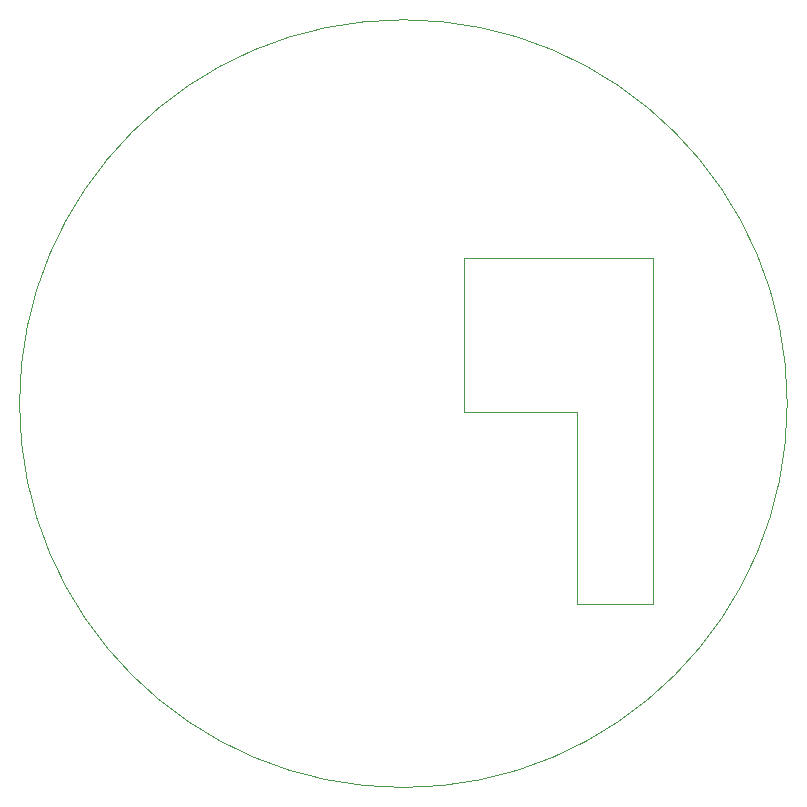
<source format=gbr>
%TF.GenerationSoftware,KiCad,Pcbnew,9.0.0*%
%TF.CreationDate,2025-02-26T14:49:23+01:00*%
%TF.ProjectId,relativeGPS,72656c61-7469-4766-9547-50532e6b6963,rev?*%
%TF.SameCoordinates,Original*%
%TF.FileFunction,Profile,NP*%
%FSLAX46Y46*%
G04 Gerber Fmt 4.6, Leading zero omitted, Abs format (unit mm)*
G04 Created by KiCad (PCBNEW 9.0.0) date 2025-02-26 14:49:23*
%MOMM*%
%LPD*%
G01*
G04 APERTURE LIST*
%TA.AperFunction,Profile*%
%ADD10C,0.050000*%
%TD*%
G04 APERTURE END LIST*
D10*
X132500000Y-100000000D02*
G75*
G02*
X67500000Y-100000000I-32500000J0D01*
G01*
X67500000Y-100000000D02*
G75*
G02*
X132500000Y-100000000I32500000J0D01*
G01*
%TO.C,U10*%
X105150000Y-87650000D02*
X105150000Y-100750000D01*
X105150000Y-100750000D02*
X114700000Y-100750000D01*
X114700000Y-100750000D02*
X114700000Y-116950000D01*
X114700000Y-116950000D02*
X121150000Y-116950000D01*
X121150000Y-87650000D02*
X105150000Y-87650000D01*
X121150000Y-87650000D02*
X121150000Y-116950000D01*
%TD*%
M02*

</source>
